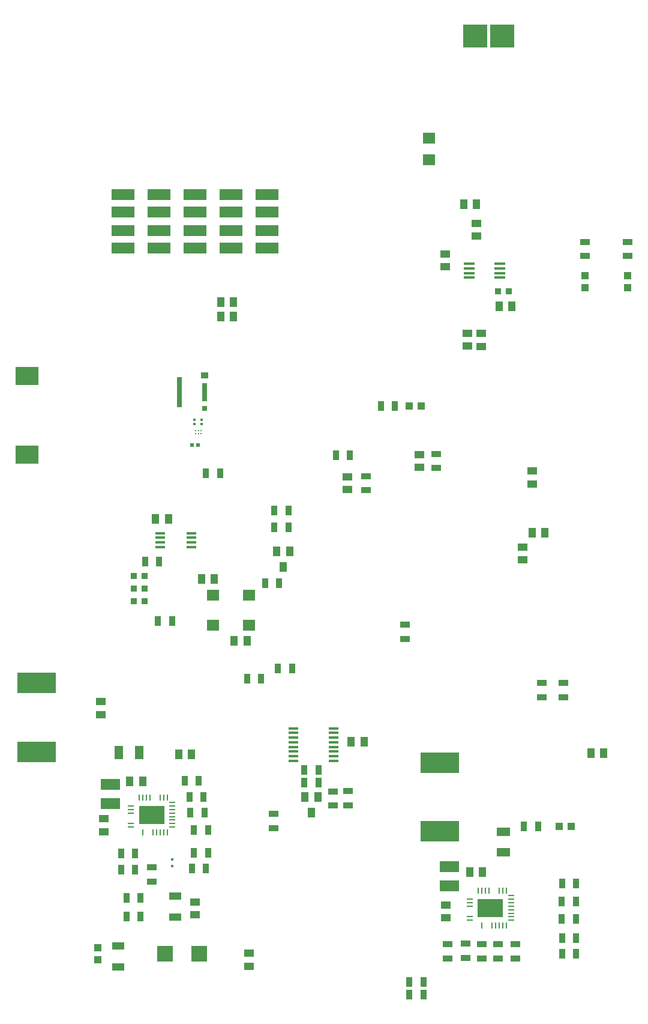
<source format=gtp>
G04*
G04 #@! TF.GenerationSoftware,Altium Limited,Altium Designer,21.0.9 (235)*
G04*
G04 Layer_Color=8421504*
%FSLAX24Y24*%
%MOIN*%
G70*
G04*
G04 #@! TF.SameCoordinates,2D4ACE21-508C-4F28-9509-530EA4604CDE*
G04*
G04*
G04 #@! TF.FilePolarity,Positive*
G04*
G01*
G75*
%ADD27R,0.0559X0.0425*%
%ADD28R,0.0425X0.0559*%
%ADD29R,0.0709X0.0591*%
%ADD30R,0.1346X0.1299*%
%ADD31R,0.0559X0.0362*%
%ADD32R,0.1264X0.0602*%
%ADD33R,0.0543X0.0409*%
%ADD34R,0.0157X0.0118*%
%ADD35R,0.0551X0.0354*%
%ADD36R,0.0362X0.0559*%
%ADD37R,0.0580X0.0140*%
%ADD38R,0.0350X0.0559*%
%ADD39R,0.0697X0.0413*%
%ADD40R,0.0550X0.0170*%
%ADD41C,0.0098*%
%ADD42R,0.0157X0.0150*%
%ADD43R,0.0579X0.0437*%
%ADD44R,0.1260X0.1024*%
%ADD45R,0.0394X0.0433*%
%ADD46R,0.2126X0.1142*%
%ADD47R,0.0213X0.0236*%
%ADD48R,0.0252X0.1654*%
%ADD49R,0.0252X0.1035*%
%ADD50R,0.0311X0.0252*%
%ADD51R,0.0390X0.0331*%
%ADD52R,0.0559X0.0350*%
%ADD53R,0.0433X0.0579*%
%ADD54R,0.0362X0.0382*%
%ADD55R,0.0590X0.0170*%
%ADD56R,0.0579X0.0433*%
%ADD57R,0.0433X0.0394*%
%ADD58R,0.0394X0.0551*%
%ADD59R,0.0717X0.0476*%
%ADD60R,0.1420X0.1020*%
%ADD61R,0.0100X0.0320*%
%ADD62R,0.0320X0.0100*%
%ADD63R,0.1106X0.0630*%
%ADD64R,0.0850X0.0890*%
%ADD65R,0.0476X0.0717*%
%ADD66R,0.0709X0.0630*%
%ADD67R,0.0417X0.0543*%
G36*
X14929Y50929D02*
X15561D01*
Y51361D01*
X14929D01*
Y50929D01*
D01*
D02*
G37*
G36*
Y51439D02*
X15561D01*
Y51871D01*
X14929D01*
Y51439D01*
D01*
D02*
G37*
G36*
X15639Y50929D02*
X16271D01*
Y51361D01*
X15639D01*
Y50929D01*
D01*
D02*
G37*
G36*
Y51439D02*
X16271D01*
Y51871D01*
X15639D01*
Y51439D01*
D01*
D02*
G37*
G36*
X33762Y45761D02*
X34393D01*
Y46192D01*
X33762D01*
Y45761D01*
D01*
D02*
G37*
G36*
Y46271D02*
X34393D01*
Y46702D01*
X33762D01*
Y46271D01*
D01*
D02*
G37*
G36*
X34472Y45761D02*
X35103D01*
Y46192D01*
X34472D01*
Y45761D01*
D01*
D02*
G37*
G36*
Y46271D02*
X35103D01*
Y46702D01*
X34472D01*
Y46271D01*
D01*
D02*
G37*
D27*
X30470Y71392D02*
D03*
Y70688D02*
D03*
X26480Y70145D02*
D03*
Y69440D02*
D03*
X36200Y66250D02*
D03*
Y65545D02*
D03*
X36750Y70472D02*
D03*
Y69768D02*
D03*
X31900Y82512D02*
D03*
Y81808D02*
D03*
X33159Y78112D02*
D03*
Y77408D02*
D03*
X12780Y56968D02*
D03*
Y57672D02*
D03*
X12950Y50468D02*
D03*
Y51173D02*
D03*
X31950Y46379D02*
D03*
Y45675D02*
D03*
D28*
X36760Y67070D02*
D03*
X37465D02*
D03*
X17110Y54770D02*
D03*
X17815D02*
D03*
X18388Y64490D02*
D03*
X19092D02*
D03*
X40722Y54810D02*
D03*
X40018D02*
D03*
X20156Y79054D02*
D03*
X19451D02*
D03*
Y79842D02*
D03*
X20156D02*
D03*
X33992Y48230D02*
D03*
X33288D02*
D03*
X27402Y55450D02*
D03*
X26698D02*
D03*
X20198Y61050D02*
D03*
X20902D02*
D03*
X14398Y53250D02*
D03*
X15102D02*
D03*
D29*
X31020Y88941D02*
D03*
Y87760D02*
D03*
D30*
X35086Y94620D02*
D03*
X33594D02*
D03*
D31*
X26530Y52704D02*
D03*
Y51916D02*
D03*
X25680Y52694D02*
D03*
Y51906D02*
D03*
X37290Y57936D02*
D03*
Y58724D02*
D03*
X15630Y47686D02*
D03*
Y48474D02*
D03*
X29680Y61153D02*
D03*
Y61941D02*
D03*
X38480Y57936D02*
D03*
Y58724D02*
D03*
X35820Y43436D02*
D03*
Y44224D02*
D03*
X34860Y43436D02*
D03*
Y44224D02*
D03*
X33940D02*
D03*
Y43436D02*
D03*
X22390Y51454D02*
D03*
Y50666D02*
D03*
X32040Y43436D02*
D03*
Y44224D02*
D03*
X33064Y43455D02*
D03*
Y44242D02*
D03*
D32*
X18030Y84863D02*
D03*
Y85837D02*
D03*
X14030Y84863D02*
D03*
Y85837D02*
D03*
Y82863D02*
D03*
Y83837D02*
D03*
X22030Y84863D02*
D03*
Y85837D02*
D03*
X20030Y84863D02*
D03*
Y85837D02*
D03*
X16030D02*
D03*
Y84863D02*
D03*
X22030Y82863D02*
D03*
Y83837D02*
D03*
X20030Y82863D02*
D03*
Y83837D02*
D03*
X18030D02*
D03*
Y82863D02*
D03*
X16030Y83837D02*
D03*
Y82863D02*
D03*
D33*
X33920Y77390D02*
D03*
Y78130D02*
D03*
D34*
X16740Y48917D02*
D03*
Y48563D02*
D03*
D35*
X27500Y70174D02*
D03*
Y69426D02*
D03*
X31400Y70666D02*
D03*
Y71414D02*
D03*
D36*
X26624Y71350D02*
D03*
X25836D02*
D03*
X24874Y53880D02*
D03*
X24086D02*
D03*
X22625Y59521D02*
D03*
X23412D02*
D03*
X38405Y47589D02*
D03*
X39193D02*
D03*
X17440Y53280D02*
D03*
X18227D02*
D03*
X30700Y42120D02*
D03*
X29913D02*
D03*
Y41420D02*
D03*
X30700D02*
D03*
X19414Y70370D02*
D03*
X18626D02*
D03*
X22431Y67350D02*
D03*
X23219D02*
D03*
X22431Y68300D02*
D03*
X23219D02*
D03*
X21906Y64250D02*
D03*
X22694D02*
D03*
X37084Y50764D02*
D03*
X36296D02*
D03*
X39184Y46580D02*
D03*
X38396D02*
D03*
X24086Y53180D02*
D03*
X24874D02*
D03*
X13900Y49242D02*
D03*
X14687D02*
D03*
X14694Y48366D02*
D03*
X13906D02*
D03*
X14994Y45750D02*
D03*
X14206D02*
D03*
X14200Y46800D02*
D03*
X14987D02*
D03*
X18734Y49300D02*
D03*
X17946D02*
D03*
X18744Y50550D02*
D03*
X17956D02*
D03*
X39190Y43680D02*
D03*
X38403D02*
D03*
X39190Y44556D02*
D03*
X38403D02*
D03*
X39184Y45630D02*
D03*
X38396D02*
D03*
X16740Y62140D02*
D03*
X15953D02*
D03*
X18544Y51524D02*
D03*
X17756D02*
D03*
X18494Y52400D02*
D03*
X17706D02*
D03*
D37*
X23490Y55430D02*
D03*
Y55170D02*
D03*
Y54920D02*
D03*
Y54660D02*
D03*
Y54400D02*
D03*
X25710D02*
D03*
Y54660D02*
D03*
Y54920D02*
D03*
Y55170D02*
D03*
Y55430D02*
D03*
Y55680D02*
D03*
Y56200D02*
D03*
Y55940D02*
D03*
X23490Y55680D02*
D03*
Y55940D02*
D03*
Y56200D02*
D03*
D38*
X21680Y58960D02*
D03*
X20916D02*
D03*
X28348Y74090D02*
D03*
X29112D02*
D03*
X15238Y65450D02*
D03*
X16002D02*
D03*
X17859Y48424D02*
D03*
X18623D02*
D03*
D39*
X16920Y46885D02*
D03*
Y45715D02*
D03*
X13750Y44135D02*
D03*
Y42965D02*
D03*
D40*
X16090Y66516D02*
D03*
Y66260D02*
D03*
X17830D02*
D03*
Y67028D02*
D03*
X16090D02*
D03*
Y66772D02*
D03*
X17830Y66516D02*
D03*
Y66772D02*
D03*
D41*
X18366Y72559D02*
D03*
X18209Y72717D02*
D03*
X18051D02*
D03*
Y72559D02*
D03*
X18366Y72717D02*
D03*
X18209Y72559D02*
D03*
D42*
X17992Y73311D02*
D03*
Y73089D02*
D03*
X18386D02*
D03*
Y73311D02*
D03*
D43*
X18000Y46554D02*
D03*
Y45846D02*
D03*
X21000Y42996D02*
D03*
Y43704D02*
D03*
D44*
X8671Y75762D02*
D03*
Y71392D02*
D03*
D45*
X12600Y44035D02*
D03*
Y43365D02*
D03*
X42060Y80665D02*
D03*
Y81335D02*
D03*
X39674Y80665D02*
D03*
Y81335D02*
D03*
D46*
X9204Y58709D02*
D03*
Y54891D02*
D03*
X31600Y54300D02*
D03*
Y50481D02*
D03*
D47*
X17842Y71929D02*
D03*
X18182D02*
D03*
D48*
X17149Y74863D02*
D03*
D49*
X18566D02*
D03*
D50*
X18535Y73946D02*
D03*
D51*
Y75780D02*
D03*
D52*
X42060Y83182D02*
D03*
Y82418D02*
D03*
X39674Y83182D02*
D03*
Y82418D02*
D03*
D53*
X34902Y79610D02*
D03*
X35618D02*
D03*
X16540Y67831D02*
D03*
X15824D02*
D03*
D54*
X34845Y80470D02*
D03*
X35455D02*
D03*
X15230Y64660D02*
D03*
X14620D02*
D03*
Y63961D02*
D03*
X15230D02*
D03*
Y63263D02*
D03*
X14620D02*
D03*
D55*
X34960Y81980D02*
D03*
X33240D02*
D03*
Y81220D02*
D03*
X34960D02*
D03*
Y81470D02*
D03*
Y81730D02*
D03*
X33240D02*
D03*
Y81470D02*
D03*
D56*
X33650Y84230D02*
D03*
Y83514D02*
D03*
D57*
X30585Y74100D02*
D03*
X29915D02*
D03*
X38925Y50764D02*
D03*
X38255D02*
D03*
D58*
X23299Y66033D02*
D03*
X22925Y65167D02*
D03*
X22551Y66033D02*
D03*
X24484Y51534D02*
D03*
X24110Y52400D02*
D03*
X24858D02*
D03*
D59*
X35140Y50451D02*
D03*
Y49309D02*
D03*
D60*
X34432Y46231D02*
D03*
X15600Y51400D02*
D03*
D61*
X33743Y47196D02*
D03*
X33940D02*
D03*
X34137D02*
D03*
X34334D02*
D03*
X34925D02*
D03*
X35122Y45266D02*
D03*
X34925D02*
D03*
X33940D02*
D03*
X35122Y47196D02*
D03*
X35318Y45266D02*
D03*
Y47196D02*
D03*
X34531Y45266D02*
D03*
X34728D02*
D03*
X14911Y52365D02*
D03*
X15108D02*
D03*
X15305D02*
D03*
X15502D02*
D03*
X16092D02*
D03*
X16289D02*
D03*
X16486D02*
D03*
Y50435D02*
D03*
X16289D02*
D03*
X16092D02*
D03*
X15895D02*
D03*
X15698D02*
D03*
X15108D02*
D03*
D62*
X35592Y46921D02*
D03*
Y46724D02*
D03*
Y46527D02*
D03*
Y46330D02*
D03*
Y46133D02*
D03*
Y45936D02*
D03*
Y45542D02*
D03*
X33272Y46330D02*
D03*
Y46527D02*
D03*
Y46724D02*
D03*
Y45542D02*
D03*
Y45739D02*
D03*
X35592D02*
D03*
X14440Y50711D02*
D03*
Y50908D02*
D03*
Y51498D02*
D03*
Y51695D02*
D03*
Y51892D02*
D03*
X16760Y52089D02*
D03*
Y51892D02*
D03*
Y51695D02*
D03*
Y51498D02*
D03*
Y51301D02*
D03*
Y51105D02*
D03*
Y50908D02*
D03*
Y50711D02*
D03*
D63*
X13315Y53083D02*
D03*
Y52017D02*
D03*
X32147Y47467D02*
D03*
Y48533D02*
D03*
D64*
X16335Y43700D02*
D03*
X18265D02*
D03*
D65*
X14921Y54842D02*
D03*
X13779D02*
D03*
D66*
X19000Y63585D02*
D03*
X21000Y61931D02*
D03*
X19000D02*
D03*
X21000Y63585D02*
D03*
D67*
X33664Y85280D02*
D03*
X32936D02*
D03*
M02*

</source>
